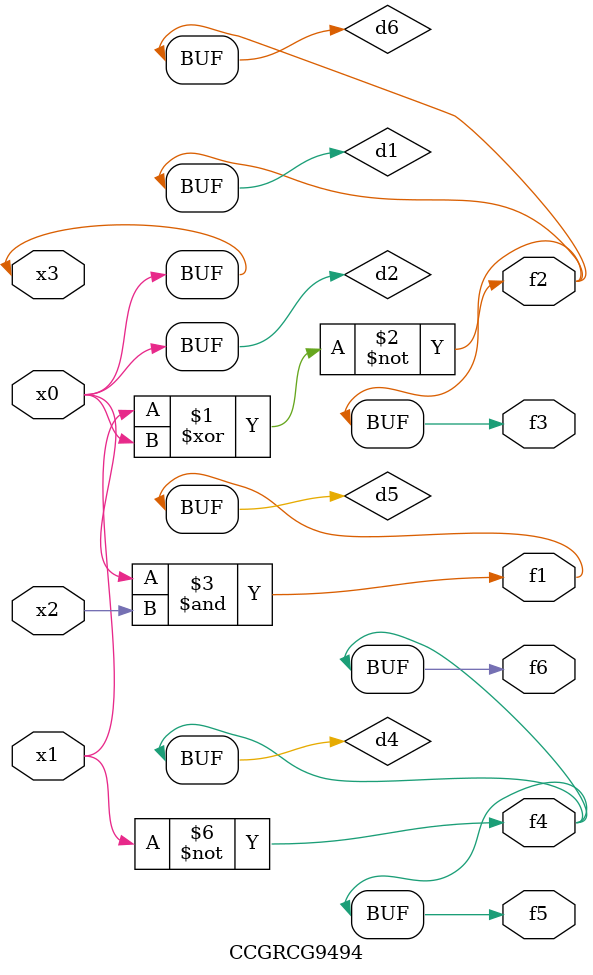
<source format=v>
module CCGRCG9494(
	input x0, x1, x2, x3,
	output f1, f2, f3, f4, f5, f6
);

	wire d1, d2, d3, d4, d5, d6;

	xnor (d1, x1, x3);
	buf (d2, x0, x3);
	nand (d3, x0, x2);
	not (d4, x1);
	nand (d5, d3);
	or (d6, d1);
	assign f1 = d5;
	assign f2 = d6;
	assign f3 = d6;
	assign f4 = d4;
	assign f5 = d4;
	assign f6 = d4;
endmodule

</source>
